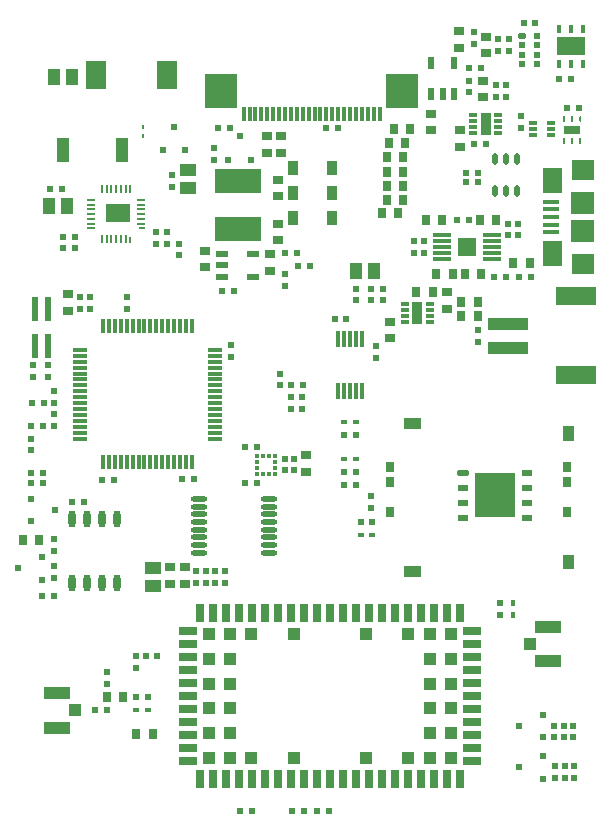
<source format=gbr>
%TF.GenerationSoftware,Altium Limited,Altium Designer,21.2.2 (38)*%
G04 Layer_Color=8421504*
%FSLAX45Y45*%
%MOMM*%
%TF.SameCoordinates,215B76EA-4B9E-490E-954B-DD862D4548B8*%
%TF.FilePolarity,Positive*%
%TF.FileFunction,Paste,Top*%
%TF.Part,Single*%
G01*
G75*
%TA.AperFunction,SMDPad,CuDef*%
%ADD11O,0.50000X1.00000*%
%ADD12R,0.30000X1.45000*%
%ADD13R,0.60000X0.50000*%
%ADD14R,0.80000X0.90000*%
%ADD15R,1.10000X1.40000*%
%ADD16R,0.37500X0.35000*%
%ADD17R,0.35000X0.37500*%
%ADD18R,0.90000X0.80000*%
%ADD19R,0.50000X0.60000*%
%ADD20O,0.60000X1.45000*%
%ADD21R,0.50000X0.30000*%
%ADD22R,0.70000X0.30000*%
%ADD23R,0.95000X1.95000*%
%ADD24R,3.50000X1.00000*%
%ADD25R,3.40000X1.50000*%
%TA.AperFunction,ConnectorPad*%
%ADD26R,1.35000X0.40000*%
%ADD27R,1.90000X1.80000*%
%TA.AperFunction,SMDPad,CuDef*%
G04:AMPARAMS|DCode=28|XSize=0.5mm|YSize=0.25mm|CornerRadius=0.0625mm|HoleSize=0mm|Usage=FLASHONLY|Rotation=90.000|XOffset=0mm|YOffset=0mm|HoleType=Round|Shape=RoundedRectangle|*
%AMROUNDEDRECTD28*
21,1,0.50000,0.12500,0,0,90.0*
21,1,0.37500,0.25000,0,0,90.0*
1,1,0.12500,0.06250,0.18750*
1,1,0.12500,0.06250,-0.18750*
1,1,0.12500,-0.06250,-0.18750*
1,1,0.12500,-0.06250,0.18750*
%
%ADD28ROUNDEDRECTD28*%
%ADD29R,0.25000X0.50000*%
%ADD30R,1.35000X0.65000*%
%ADD31R,0.67000X0.30000*%
%ADD32R,0.40000X0.80000*%
%ADD33R,2.40000X1.50000*%
G04:AMPARAMS|DCode=34|XSize=0.5mm|YSize=0.6mm|CornerRadius=0mm|HoleSize=0mm|Usage=FLASHONLY|Rotation=270.000|XOffset=0mm|YOffset=0mm|HoleType=Round|Shape=Octagon|*
%AMOCTAGOND34*
4,1,8,0.30000,0.12500,0.30000,-0.12500,0.17500,-0.25000,-0.17500,-0.25000,-0.30000,-0.12500,-0.30000,0.12500,-0.17500,0.25000,0.17500,0.25000,0.30000,0.12500,0.0*
%
%ADD34OCTAGOND34*%

%ADD35R,0.60000X1.10000*%
%ADD36R,2.70000X3.00000*%
%ADD37R,0.30000X1.20000*%
%ADD38R,1.40000X1.10000*%
%ADD39R,4.00000X2.00000*%
%ADD40R,1.10000X0.60000*%
%ADD41R,0.55000X2.00000*%
%ADD42R,1.00000X2.00000*%
%ADD43R,1.80000X2.40000*%
%ADD47R,0.30000X1.20000*%
%ADD48R,1.20000X0.30000*%
%ADD49R,0.30000X0.50000*%
%ADD50R,0.90000X1.20000*%
%ADD51R,0.50000X0.20000*%
%ADD52R,0.65000X0.20000*%
%ADD53R,0.20000X0.50000*%
%ADD54R,0.20000X0.65000*%
%ADD55R,2.00000X1.50000*%
%ADD56R,0.25000X0.36000*%
%ADD57R,1.60000X0.30000*%
%ADD58R,1.60000X1.60000*%
%ADD59R,0.80000X0.90000*%
%ADD60R,2.20000X1.05000*%
%ADD61R,1.05000X1.00000*%
%ADD62O,1.40000X0.45000*%
G04:AMPARAMS|DCode=63|XSize=0.96mm|YSize=0.5mm|CornerRadius=0.125mm|HoleSize=0mm|Usage=FLASHONLY|Rotation=0.000|XOffset=0mm|YOffset=0mm|HoleType=Round|Shape=RoundedRectangle|*
%AMROUNDEDRECTD63*
21,1,0.96000,0.25000,0,0,0.0*
21,1,0.71000,0.50000,0,0,0.0*
1,1,0.25000,0.35500,-0.12500*
1,1,0.25000,-0.35500,-0.12500*
1,1,0.25000,-0.35500,0.12500*
1,1,0.25000,0.35500,0.12500*
%
%ADD63ROUNDEDRECTD63*%
%ADD64R,0.96000X0.50000*%
%ADD65R,3.40000X3.80000*%
%TA.AperFunction,NonConductor*%
%ADD104R,1.55000X0.75000*%
%ADD105R,0.75000X1.55000*%
%TA.AperFunction,BGAPad,CuDef*%
%ADD106R,1.05000X1.05000*%
G36*
X3489000Y2331500D02*
X3349000D01*
Y2236500D01*
X3489000D01*
Y2331500D01*
D02*
G37*
G36*
Y3488500D02*
X3349000D01*
Y3583500D01*
X3489000D01*
Y3488500D01*
D02*
G37*
G36*
X4786000Y2307500D02*
X4691000D01*
Y2427500D01*
X4786000D01*
Y2307500D01*
D02*
G37*
G36*
Y3392500D02*
X4691000D01*
Y3512500D01*
X4786000D01*
Y3392500D01*
D02*
G37*
G36*
X4525000Y4870000D02*
Y5080000D01*
X4685000D01*
Y4870000D01*
X4525000D01*
D02*
G37*
G36*
X4765000Y5070000D02*
Y5260000D01*
X4955000D01*
Y5070000D01*
X4765000D01*
D02*
G37*
G36*
X4525000Y5490000D02*
Y5700000D01*
X4685000D01*
Y5490000D01*
X4525000D01*
D02*
G37*
G36*
X4765000Y5310000D02*
Y5500000D01*
X4955000D01*
Y5310000D01*
X4765000D01*
D02*
G37*
D11*
X4115000Y5505000D02*
D03*
X4210000D02*
D03*
X4305000D02*
D03*
X4115000Y5775000D02*
D03*
X4210000D02*
D03*
X4305000D02*
D03*
D12*
X2790000Y4250000D02*
D03*
X2840000D02*
D03*
X2890000D02*
D03*
X2940000D02*
D03*
X2990000D02*
D03*
Y3810000D02*
D03*
X2940000D02*
D03*
X2890000D02*
D03*
X2840000D02*
D03*
X2790000D02*
D03*
D13*
X330000Y4030000D02*
D03*
Y3930000D02*
D03*
X4310000Y5130000D02*
D03*
Y5230000D02*
D03*
X4230000Y5130000D02*
D03*
Y5230000D02*
D03*
X3170000Y4680000D02*
D03*
Y4580000D02*
D03*
X2940000Y4680000D02*
D03*
Y4580000D02*
D03*
X3070000Y4680000D02*
D03*
Y4580000D02*
D03*
X2340000Y3240000D02*
D03*
Y3140000D02*
D03*
X2420000Y3240000D02*
D03*
Y3140000D02*
D03*
X210000Y4030000D02*
D03*
Y3930000D02*
D03*
X380000Y3810000D02*
D03*
Y3710000D02*
D03*
X190000Y2900000D02*
D03*
Y2710000D02*
D03*
X390000Y2805000D02*
D03*
X380000Y2560000D02*
D03*
Y2460000D02*
D03*
X280000Y2215000D02*
D03*
Y2405000D02*
D03*
X80000Y2310000D02*
D03*
X380000Y2330000D02*
D03*
Y2230000D02*
D03*
X4630000Y540000D02*
D03*
Y640000D02*
D03*
X4710000Y540000D02*
D03*
Y640000D02*
D03*
X4320000Y625000D02*
D03*
X4520000Y720000D02*
D03*
Y530000D02*
D03*
Y880000D02*
D03*
Y1070000D02*
D03*
X4320000Y975000D02*
D03*
X4620000Y980000D02*
D03*
Y880000D02*
D03*
X4700001Y980000D02*
D03*
Y880000D02*
D03*
X4790000Y540000D02*
D03*
Y640000D02*
D03*
X4780000Y980000D02*
D03*
Y880000D02*
D03*
X4160000Y2020000D02*
D03*
Y1920000D02*
D03*
X3070000Y2920000D02*
D03*
Y2820000D02*
D03*
X3110000Y4190000D02*
D03*
Y4090000D02*
D03*
X3970000Y4230000D02*
D03*
Y4330000D02*
D03*
X3520000Y4980000D02*
D03*
Y5080000D02*
D03*
X3430000D02*
D03*
Y4980000D02*
D03*
X4340000Y6040000D02*
D03*
Y6140000D02*
D03*
X4210000Y6300000D02*
D03*
Y6400000D02*
D03*
X3900000Y6440000D02*
D03*
Y6340000D02*
D03*
X4350000Y6740000D02*
D03*
Y6660000D02*
D03*
Y6580000D02*
D03*
X4477600D02*
D03*
Y6660000D02*
D03*
Y6740000D02*
D03*
Y6820000D02*
D03*
X4240000Y6690000D02*
D03*
Y6790000D02*
D03*
X4140000Y6690000D02*
D03*
Y6790000D02*
D03*
X3940000Y6750000D02*
D03*
Y6850000D02*
D03*
X1380000Y5640000D02*
D03*
Y5540000D02*
D03*
X1000000Y4610000D02*
D03*
Y4510000D02*
D03*
X685000D02*
D03*
Y4610000D02*
D03*
X605000Y4510000D02*
D03*
Y4610000D02*
D03*
X560000Y5120000D02*
D03*
Y5020001D02*
D03*
X460000Y5120000D02*
D03*
Y5020001D02*
D03*
X4130000Y6300000D02*
D03*
Y6400000D02*
D03*
X1440000Y4960001D02*
D03*
Y5060001D02*
D03*
X1250000Y5160001D02*
D03*
Y5060001D02*
D03*
X1340000Y5160001D02*
D03*
Y5060001D02*
D03*
X2340000Y4800000D02*
D03*
Y4700000D02*
D03*
X2480000Y3760000D02*
D03*
Y3660000D02*
D03*
X2300000Y3860000D02*
D03*
Y3960000D02*
D03*
X2390000Y3760000D02*
D03*
Y3660000D02*
D03*
X1740000Y5770002D02*
D03*
Y5870002D02*
D03*
X830000Y1430000D02*
D03*
Y1330000D02*
D03*
X1590000Y2290000D02*
D03*
Y2190000D02*
D03*
X1830000Y2290000D02*
D03*
Y2190000D02*
D03*
X1080000Y1470000D02*
D03*
Y1570000D02*
D03*
X1670000Y2190000D02*
D03*
Y2290000D02*
D03*
X1750000D02*
D03*
Y2190000D02*
D03*
X380000Y3520000D02*
D03*
Y3620000D02*
D03*
X190000Y3410000D02*
D03*
Y3310000D02*
D03*
X1880000Y4100000D02*
D03*
Y4200000D02*
D03*
D14*
X4130000Y5260000D02*
D03*
X3990000D02*
D03*
X3860000Y4800000D02*
D03*
X4000000D02*
D03*
X3450000Y4650000D02*
D03*
X3590000D02*
D03*
X260000Y2550000D02*
D03*
X120000D02*
D03*
X3970000Y4450000D02*
D03*
X3830000D02*
D03*
X3970000Y4570000D02*
D03*
X3830000D02*
D03*
X4410000Y4900000D02*
D03*
X4270000D02*
D03*
X3760000Y4800000D02*
D03*
X3620000D02*
D03*
X3530000Y5260000D02*
D03*
X3670000D02*
D03*
X3400000Y6030000D02*
D03*
X3260000D02*
D03*
X3360000Y5910000D02*
D03*
X3220000D02*
D03*
X3340000Y5790000D02*
D03*
X3200000D02*
D03*
X3340000Y5670000D02*
D03*
X3200000D02*
D03*
X3340000Y5550000D02*
D03*
X3200000D02*
D03*
X3340000Y5430000D02*
D03*
X3200000D02*
D03*
X3300000Y5320000D02*
D03*
X3160000D02*
D03*
X970000Y1220000D02*
D03*
X830000D02*
D03*
X1220000Y910000D02*
D03*
X1080000D02*
D03*
D15*
X2945000Y4830000D02*
D03*
X3095000D02*
D03*
X345000Y5380000D02*
D03*
X495000D02*
D03*
X385000Y6470000D02*
D03*
X535000D02*
D03*
D16*
X2100000Y3260000D02*
D03*
Y3110000D02*
D03*
X2252500D02*
D03*
Y3260000D02*
D03*
X2100000Y3160000D02*
D03*
Y3210000D02*
D03*
X2252500Y3160000D02*
D03*
Y3210000D02*
D03*
D17*
X2151250Y3261250D02*
D03*
X2201250D02*
D03*
X2151250Y3108750D02*
D03*
X2201250D02*
D03*
D18*
X2520000Y3130000D02*
D03*
Y3270000D02*
D03*
X3230000Y4260000D02*
D03*
Y4400000D02*
D03*
X3710000Y4650000D02*
D03*
Y4510000D02*
D03*
X3820000Y5880000D02*
D03*
Y6020000D02*
D03*
X4040000Y6810000D02*
D03*
Y6670000D02*
D03*
X3810000Y6720000D02*
D03*
Y6860000D02*
D03*
X3580000Y6020000D02*
D03*
Y6160000D02*
D03*
X2209999Y4970001D02*
D03*
Y4830001D02*
D03*
X1659999Y5000001D02*
D03*
Y4860001D02*
D03*
X500000Y4630000D02*
D03*
Y4490000D02*
D03*
X2190000Y5830002D02*
D03*
Y5970002D02*
D03*
X2310000Y5830002D02*
D03*
Y5970002D02*
D03*
X2280000Y5600000D02*
D03*
Y5460000D02*
D03*
Y5230000D02*
D03*
Y5090000D02*
D03*
X1490000Y2180000D02*
D03*
Y2320000D02*
D03*
X1370000Y2180000D02*
D03*
Y2320000D02*
D03*
X4020000Y6440000D02*
D03*
Y6300000D02*
D03*
D19*
X300000Y3710000D02*
D03*
X200000D02*
D03*
X1570000Y3070000D02*
D03*
X1470000D02*
D03*
X890000Y3060000D02*
D03*
X790000D02*
D03*
X640000Y2870000D02*
D03*
X540000D02*
D03*
X190000Y3120000D02*
D03*
X290000D02*
D03*
Y3030000D02*
D03*
X190000D02*
D03*
X380000Y2080000D02*
D03*
X280000D02*
D03*
X2940000Y3019999D02*
D03*
X2840000D02*
D03*
X2840000Y3439999D02*
D03*
X2940000D02*
D03*
X4210000Y4780000D02*
D03*
X4110000D02*
D03*
X4320000D02*
D03*
X4420000D02*
D03*
X3800000Y5260000D02*
D03*
X3900000D02*
D03*
X3870000Y5580000D02*
D03*
X3970000D02*
D03*
X3870000Y5660000D02*
D03*
X3970000D02*
D03*
X4040000Y5900000D02*
D03*
X3940000D02*
D03*
X4660000Y6450000D02*
D03*
X4760000D02*
D03*
X4830000Y6210000D02*
D03*
X4730000D02*
D03*
X3900000Y6550000D02*
D03*
X4000000D02*
D03*
X4460000Y6930000D02*
D03*
X4360000D02*
D03*
X2690000Y6040000D02*
D03*
X2790000D02*
D03*
X1810000Y4660000D02*
D03*
X1910000D02*
D03*
X350000Y5520000D02*
D03*
X450000D02*
D03*
X1770000Y6040000D02*
D03*
X1870000D02*
D03*
X1955000Y5970002D02*
D03*
X2050000Y5770002D02*
D03*
X1860000D02*
D03*
X1400000Y6050000D02*
D03*
X1495000Y5850000D02*
D03*
X1305000D02*
D03*
X2450000Y4870000D02*
D03*
X2550000D02*
D03*
X2340000Y4980000D02*
D03*
X2440000D02*
D03*
X2390000Y3860000D02*
D03*
X2490000D02*
D03*
X2000000Y3030000D02*
D03*
X2100000D02*
D03*
X730000Y1110000D02*
D03*
X830000D02*
D03*
X2060000Y260000D02*
D03*
X1960000D02*
D03*
X2400000D02*
D03*
X2500000D02*
D03*
X2710000D02*
D03*
X2610000D02*
D03*
X1160000Y1570000D02*
D03*
X1260000D02*
D03*
X1180000Y1220000D02*
D03*
X1080000D02*
D03*
X2940000Y3129999D02*
D03*
X2840000D02*
D03*
X3080000Y2700000D02*
D03*
X2980000D02*
D03*
X289999Y3520000D02*
D03*
X190000D02*
D03*
X2860000Y4420000D02*
D03*
X2760000D02*
D03*
X2100000Y3340000D02*
D03*
X2000000D02*
D03*
D20*
X539500Y2187500D02*
D03*
X666500D02*
D03*
X793500D02*
D03*
X920500D02*
D03*
X539500Y2732500D02*
D03*
X666500D02*
D03*
X793500D02*
D03*
X920500D02*
D03*
D21*
X3080000Y2590000D02*
D03*
X2980000D02*
D03*
X2940000Y3239999D02*
D03*
X2840000D02*
D03*
X2840000Y3550000D02*
D03*
X2940000D02*
D03*
X1180000Y1110000D02*
D03*
X1080000D02*
D03*
D22*
X3564999Y4395000D02*
D03*
X3354999D02*
D03*
X3564999Y4545000D02*
D03*
Y4495000D02*
D03*
Y4445000D02*
D03*
X3354999Y4545000D02*
D03*
Y4445000D02*
D03*
Y4495000D02*
D03*
X3935000Y6145000D02*
D03*
X4145000D02*
D03*
X3935000Y5995000D02*
D03*
Y6045000D02*
D03*
Y6095000D02*
D03*
X4145000Y5995000D02*
D03*
Y6095000D02*
D03*
Y6045000D02*
D03*
D23*
X3459999Y4470000D02*
D03*
X4040000Y6070000D02*
D03*
D24*
X4230000Y4380000D02*
D03*
Y4180000D02*
D03*
D25*
X4805000Y4615000D02*
D03*
Y3945000D02*
D03*
D26*
X4592500Y5285000D02*
D03*
Y5350000D02*
D03*
Y5415000D02*
D03*
Y5220000D02*
D03*
Y5155000D02*
D03*
D27*
X4860000Y4885000D02*
D03*
Y5685000D02*
D03*
D28*
X4835000Y6115000D02*
D03*
D29*
X4770000D02*
D03*
X4705000D02*
D03*
Y5925000D02*
D03*
X4770000D02*
D03*
X4835000D02*
D03*
D30*
X4770000Y6020000D02*
D03*
D31*
X4590000Y5980000D02*
D03*
Y6030000D02*
D03*
Y6080000D02*
D03*
X4440000D02*
D03*
Y6030000D02*
D03*
Y5980000D02*
D03*
D32*
X4860000Y6880000D02*
D03*
X4760000D02*
D03*
X4660000D02*
D03*
X4860000Y6580000D02*
D03*
X4760000D02*
D03*
X4660000D02*
D03*
D33*
X4760000Y6730000D02*
D03*
D34*
X4350000Y6820000D02*
D03*
D35*
X3580000Y6330000D02*
D03*
X3675000D02*
D03*
X3770000D02*
D03*
Y6590000D02*
D03*
X3580000D02*
D03*
D36*
X1800000Y6350000D02*
D03*
X3330000D02*
D03*
D37*
X1990000Y6160000D02*
D03*
X2040000D02*
D03*
X2090000D02*
D03*
X2140000D02*
D03*
X2190000D02*
D03*
X2240000D02*
D03*
X2290000D02*
D03*
X2340000D02*
D03*
X2390000D02*
D03*
X2440000D02*
D03*
X2490000D02*
D03*
X2540000D02*
D03*
X2590000D02*
D03*
X2640000D02*
D03*
X2690000D02*
D03*
X2740000D02*
D03*
X2790000D02*
D03*
X2840000D02*
D03*
X2890000D02*
D03*
X2940000D02*
D03*
X2990000D02*
D03*
X3040000D02*
D03*
X3090000D02*
D03*
X3140000D02*
D03*
D38*
X1520000Y5685000D02*
D03*
Y5535000D02*
D03*
X1220000Y2315000D02*
D03*
Y2165000D02*
D03*
D39*
X1940000Y5180002D02*
D03*
Y5590002D02*
D03*
D40*
X2069999Y4970001D02*
D03*
Y4780001D02*
D03*
X1809999D02*
D03*
Y4875001D02*
D03*
Y4970001D02*
D03*
D41*
X330000Y4190000D02*
D03*
Y4510000D02*
D03*
X220000Y4190000D02*
D03*
Y4510000D02*
D03*
D42*
X460000Y5850000D02*
D03*
X960000D02*
D03*
D43*
X740000Y6490000D02*
D03*
X1340000D02*
D03*
D47*
X850000Y4360000D02*
D03*
X900000D02*
D03*
X950000D02*
D03*
X1000000D02*
D03*
X1050000D02*
D03*
X1100000D02*
D03*
X1150000D02*
D03*
X1200000D02*
D03*
X1250000D02*
D03*
X1300000D02*
D03*
X1350000D02*
D03*
X1400000D02*
D03*
X1450000D02*
D03*
X1500000D02*
D03*
X1550000D02*
D03*
Y3210000D02*
D03*
X1500000D02*
D03*
X1450000D02*
D03*
X1400000D02*
D03*
X1350000D02*
D03*
X1300000D02*
D03*
X1250000D02*
D03*
X1200000D02*
D03*
X1150000D02*
D03*
X1100000D02*
D03*
X1050000D02*
D03*
X1000000D02*
D03*
X950000D02*
D03*
X900000D02*
D03*
X850000D02*
D03*
X800000Y3209999D02*
D03*
Y4360000D02*
D03*
D48*
X1750000Y4160000D02*
D03*
Y4110000D02*
D03*
Y4060000D02*
D03*
Y4010000D02*
D03*
Y3960000D02*
D03*
Y3910000D02*
D03*
Y3860000D02*
D03*
Y3810000D02*
D03*
Y3760000D02*
D03*
Y3710000D02*
D03*
Y3660000D02*
D03*
Y3610000D02*
D03*
Y3560000D02*
D03*
Y3510000D02*
D03*
Y3460000D02*
D03*
Y3410000D02*
D03*
X600000Y3410000D02*
D03*
Y3510000D02*
D03*
Y3459999D02*
D03*
Y3709999D02*
D03*
Y3660000D02*
D03*
Y3610000D02*
D03*
Y3910000D02*
D03*
Y3860000D02*
D03*
Y3809999D02*
D03*
Y4110000D02*
D03*
Y4059999D02*
D03*
Y4010000D02*
D03*
Y3959999D02*
D03*
Y3760000D02*
D03*
Y3559999D02*
D03*
Y4160000D02*
D03*
D49*
X4270000Y1920000D02*
D03*
Y2020000D02*
D03*
D50*
X2410000Y5490002D02*
D03*
X2740000D02*
D03*
Y5700002D02*
D03*
X2410000D02*
D03*
Y5280002D02*
D03*
X2740000D02*
D03*
D51*
X1127500Y5190001D02*
D03*
D52*
X1120000Y5430001D02*
D03*
Y5390001D02*
D03*
Y5350000D02*
D03*
Y5310001D02*
D03*
Y5270001D02*
D03*
Y5230000D02*
D03*
X700000Y5190001D02*
D03*
Y5230000D02*
D03*
Y5270001D02*
D03*
Y5310001D02*
D03*
Y5350000D02*
D03*
Y5390001D02*
D03*
Y5430001D02*
D03*
D53*
X1030000Y5092501D02*
D03*
D54*
X990000Y5100000D02*
D03*
X950000D02*
D03*
X910000D02*
D03*
X870000D02*
D03*
X830000D02*
D03*
X790000D02*
D03*
Y5520001D02*
D03*
X830000D02*
D03*
X870000D02*
D03*
X1030000D02*
D03*
X990000D02*
D03*
X950000D02*
D03*
X910000D02*
D03*
D55*
X930000Y5320001D02*
D03*
D56*
X1140000Y6050000D02*
D03*
Y5970000D02*
D03*
D57*
X4090000Y4930000D02*
D03*
Y4980000D02*
D03*
Y5030000D02*
D03*
Y5080000D02*
D03*
Y5130000D02*
D03*
X3670000D02*
D03*
Y5080000D02*
D03*
Y5030000D02*
D03*
Y4980000D02*
D03*
Y4930000D02*
D03*
D58*
X3880000Y5030000D02*
D03*
D59*
X3233000Y2789000D02*
D03*
Y3043000D02*
D03*
Y3167000D02*
D03*
X4727000Y2789000D02*
D03*
Y3043000D02*
D03*
Y3167000D02*
D03*
D60*
X4570000Y1817500D02*
D03*
Y1522500D02*
D03*
X410000Y962500D02*
D03*
Y1257500D02*
D03*
D61*
X4417500Y1670000D02*
D03*
X562500Y1110000D02*
D03*
D62*
X1615000Y2897500D02*
D03*
Y2832500D02*
D03*
Y2767500D02*
D03*
Y2702500D02*
D03*
Y2637500D02*
D03*
Y2572500D02*
D03*
Y2507500D02*
D03*
Y2442500D02*
D03*
X2205000Y2897500D02*
D03*
Y2832500D02*
D03*
Y2767500D02*
D03*
Y2702500D02*
D03*
Y2637500D02*
D03*
Y2572500D02*
D03*
Y2507500D02*
D03*
Y2442500D02*
D03*
D63*
X3850000Y3120000D02*
D03*
D64*
Y2739000D02*
D03*
Y2993000D02*
D03*
Y2866000D02*
D03*
X4385000Y2739000D02*
D03*
Y2866000D02*
D03*
Y2993000D02*
D03*
Y3120000D02*
D03*
D65*
X4120000Y2930000D02*
D03*
D104*
X1520000Y679980D02*
D03*
X1519975Y790000D02*
D03*
Y900000D02*
D03*
Y1010000D02*
D03*
Y1120000D02*
D03*
X1520000Y1229980D02*
D03*
X1519975Y1340000D02*
D03*
Y1780000D02*
D03*
X1520000Y1449980D02*
D03*
X1519975Y1560000D02*
D03*
X1520000Y1669980D02*
D03*
X3920000Y1779980D02*
D03*
X3919975Y1670000D02*
D03*
X3920000Y1559980D02*
D03*
X3919975Y1450000D02*
D03*
X3920000Y1339980D02*
D03*
X3919975Y1230000D02*
D03*
Y1120000D02*
D03*
X3920000Y1009980D02*
D03*
X3919975Y900000D02*
D03*
X3920000Y789980D02*
D03*
X3919975Y680000D02*
D03*
D105*
X1620001Y1930020D02*
D03*
X1730000D02*
D03*
X1839975Y1930000D02*
D03*
X1950000Y1930020D02*
D03*
X2059975Y1930000D02*
D03*
X2170000Y1930020D02*
D03*
X2279975Y1930000D02*
D03*
X2390001Y1930020D02*
D03*
X2499975Y1930000D02*
D03*
X2609975D02*
D03*
X2720000Y1930020D02*
D03*
X2829975Y1930000D02*
D03*
X2940000Y1930020D02*
D03*
X3049975Y1930000D02*
D03*
X3160001Y1930020D02*
D03*
X3269975Y1930000D02*
D03*
X3379975D02*
D03*
X3490000Y1930020D02*
D03*
X3599975Y1930000D02*
D03*
X3710000Y1930020D02*
D03*
X3819975Y1930000D02*
D03*
Y530000D02*
D03*
X3710000Y530020D02*
D03*
X3599975Y530000D02*
D03*
X3490000Y530020D02*
D03*
X3379975Y530000D02*
D03*
X3269975D02*
D03*
X3160001Y530020D02*
D03*
X3049975Y530000D02*
D03*
X2940000Y530020D02*
D03*
X2829975Y530000D02*
D03*
X2720000Y530020D02*
D03*
X2609975Y530000D02*
D03*
X2499975D02*
D03*
X2390001Y530020D02*
D03*
X2279975Y530000D02*
D03*
X2170000Y530020D02*
D03*
X2059975Y530000D02*
D03*
X1950000Y530020D02*
D03*
X1839975Y530000D02*
D03*
X1730000Y530020D02*
D03*
X1620001D02*
D03*
D106*
X1695000Y705000D02*
D03*
Y915000D02*
D03*
Y1125000D02*
D03*
Y1335000D02*
D03*
Y1545000D02*
D03*
Y1755000D02*
D03*
X1875000Y705000D02*
D03*
Y915000D02*
D03*
Y1125000D02*
D03*
Y1335000D02*
D03*
Y1545000D02*
D03*
Y1755000D02*
D03*
X2055000Y705000D02*
D03*
Y1755000D02*
D03*
X2415000Y705000D02*
D03*
Y1755000D02*
D03*
X3025000Y705000D02*
D03*
Y1755000D02*
D03*
X3385000Y705000D02*
D03*
Y1755000D02*
D03*
X3565000Y705000D02*
D03*
Y915000D02*
D03*
Y1125000D02*
D03*
Y1335000D02*
D03*
Y1545000D02*
D03*
Y1755000D02*
D03*
X3745000Y705000D02*
D03*
Y915000D02*
D03*
Y1125000D02*
D03*
Y1335000D02*
D03*
Y1545000D02*
D03*
Y1755000D02*
D03*
%TF.MD5,c2ededc5bebdb3cd6f144f4fb58eaf14*%
M02*

</source>
